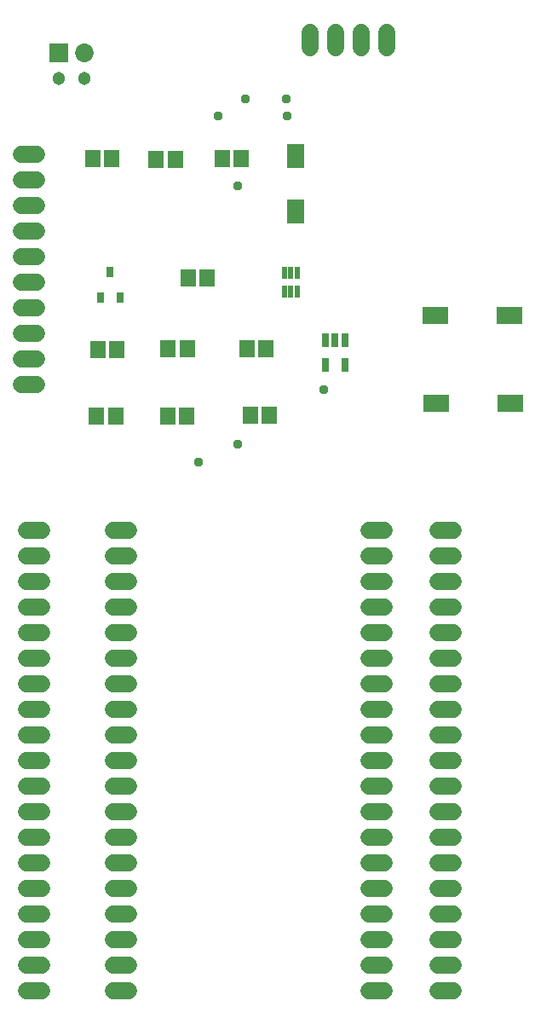
<source format=gbr>
G04 EAGLE Gerber RS-274X export*
G75*
%MOMM*%
%FSLAX34Y34*%
%LPD*%
%INSoldermask Top*%
%IPPOS*%
%AMOC8*
5,1,8,0,0,1.08239X$1,22.5*%
G01*
%ADD10R,1.503200X1.703200*%
%ADD11R,1.753200X2.353200*%
%ADD12R,0.503200X1.203200*%
%ADD13R,2.503200X1.803200*%
%ADD14C,1.727200*%
%ADD15R,0.803200X1.403200*%
%ADD16R,1.853200X1.853200*%
%ADD17C,1.853200*%
%ADD18C,1.303200*%
%ADD19R,0.803200X1.053200*%
%ADD20C,0.959600*%


D10*
X252100Y847600D03*
X233100Y847600D03*
X123100Y847600D03*
X104100Y847600D03*
X167400Y847400D03*
X186400Y847400D03*
D11*
X306200Y850800D03*
X306200Y795800D03*
D12*
X294700Y716200D03*
X301200Y716200D03*
X307700Y716200D03*
X294700Y734200D03*
X301200Y734200D03*
X307700Y734200D03*
D13*
X446000Y605000D03*
X519000Y605000D03*
X445100Y691900D03*
X518100Y691900D03*
D14*
X396300Y957680D02*
X396300Y972920D01*
X370900Y972920D02*
X370900Y957680D01*
X345500Y957680D02*
X345500Y972920D01*
X320100Y972920D02*
X320100Y957680D01*
D15*
X354700Y667700D03*
X345200Y667700D03*
X335700Y667700D03*
X335700Y642700D03*
X354700Y642700D03*
D16*
X70900Y952800D03*
D17*
X96300Y952800D03*
D18*
X70900Y927400D03*
X96300Y927400D03*
D19*
X112300Y709900D03*
X131300Y709900D03*
X121800Y734900D03*
D10*
X257400Y659400D03*
X276400Y659400D03*
X178800Y591900D03*
X197800Y591900D03*
X179300Y658900D03*
X198300Y658900D03*
X280100Y593100D03*
X261100Y593100D03*
X108200Y591900D03*
X127200Y591900D03*
X218100Y729600D03*
X199100Y729600D03*
X109400Y658400D03*
X128400Y658400D03*
D14*
X48720Y623300D02*
X33480Y623300D01*
X33480Y648700D02*
X48720Y648700D01*
X48720Y674100D02*
X33480Y674100D01*
X33480Y699500D02*
X48720Y699500D01*
X48720Y724900D02*
X33480Y724900D01*
X33480Y750300D02*
X48720Y750300D01*
X48720Y775700D02*
X33480Y775700D01*
X33480Y801100D02*
X48720Y801100D01*
X48720Y826500D02*
X33480Y826500D01*
X33480Y851900D02*
X48720Y851900D01*
X378380Y478600D02*
X393620Y478600D01*
X393620Y453200D02*
X378380Y453200D01*
X378380Y427800D02*
X393620Y427800D01*
X393620Y402400D02*
X378380Y402400D01*
X378380Y377000D02*
X393620Y377000D01*
X393620Y351600D02*
X378380Y351600D01*
X378380Y326200D02*
X393620Y326200D01*
X393620Y300800D02*
X378380Y300800D01*
X378380Y275400D02*
X393620Y275400D01*
X393620Y250000D02*
X378380Y250000D01*
X378380Y224600D02*
X393620Y224600D01*
X393620Y199200D02*
X378380Y199200D01*
X378380Y173800D02*
X393620Y173800D01*
X393620Y148400D02*
X378380Y148400D01*
X378380Y123000D02*
X393620Y123000D01*
X393620Y97600D02*
X378380Y97600D01*
X378380Y72200D02*
X393620Y72200D01*
X393620Y46800D02*
X378380Y46800D01*
X378380Y21400D02*
X393620Y21400D01*
X139620Y21400D02*
X124380Y21400D01*
X124380Y46800D02*
X139620Y46800D01*
X139620Y72200D02*
X124380Y72200D01*
X124380Y97600D02*
X139620Y97600D01*
X139620Y123000D02*
X124380Y123000D01*
X124380Y148400D02*
X139620Y148400D01*
X139620Y173800D02*
X124380Y173800D01*
X124380Y199200D02*
X139620Y199200D01*
X139620Y224600D02*
X124380Y224600D01*
X124380Y250000D02*
X139620Y250000D01*
X139620Y275400D02*
X124380Y275400D01*
X124380Y300800D02*
X139620Y300800D01*
X139620Y326200D02*
X124380Y326200D01*
X124380Y351600D02*
X139620Y351600D01*
X139620Y377000D02*
X124380Y377000D01*
X124380Y402400D02*
X139620Y402400D01*
X139620Y427800D02*
X124380Y427800D01*
X124380Y453200D02*
X139620Y453200D01*
X139620Y478600D02*
X124380Y478600D01*
X447380Y478600D02*
X462620Y478600D01*
X462620Y453200D02*
X447380Y453200D01*
X447380Y427800D02*
X462620Y427800D01*
X462620Y402400D02*
X447380Y402400D01*
X447380Y377000D02*
X462620Y377000D01*
X462620Y351600D02*
X447380Y351600D01*
X447380Y326200D02*
X462620Y326200D01*
X462620Y300800D02*
X447380Y300800D01*
X447380Y275400D02*
X462620Y275400D01*
X462620Y250000D02*
X447380Y250000D01*
X447380Y224600D02*
X462620Y224600D01*
X462620Y199200D02*
X447380Y199200D01*
X447380Y173800D02*
X462620Y173800D01*
X462620Y148400D02*
X447380Y148400D01*
X447380Y123000D02*
X462620Y123000D01*
X462620Y97600D02*
X447380Y97600D01*
X447380Y72200D02*
X462620Y72200D01*
X462620Y46800D02*
X447380Y46800D01*
X447380Y21400D02*
X462620Y21400D01*
X53620Y21400D02*
X38380Y21400D01*
X38380Y46800D02*
X53620Y46800D01*
X53620Y72200D02*
X38380Y72200D01*
X38380Y97600D02*
X53620Y97600D01*
X53620Y123000D02*
X38380Y123000D01*
X38380Y148400D02*
X53620Y148400D01*
X53620Y173800D02*
X38380Y173800D01*
X38380Y199200D02*
X53620Y199200D01*
X53620Y224600D02*
X38380Y224600D01*
X38380Y250000D02*
X53620Y250000D01*
X53620Y275400D02*
X38380Y275400D01*
X38380Y300800D02*
X53620Y300800D01*
X53620Y326200D02*
X38380Y326200D01*
X38380Y351600D02*
X53620Y351600D01*
X53620Y377000D02*
X38380Y377000D01*
X38380Y402400D02*
X53620Y402400D01*
X53620Y427800D02*
X38380Y427800D01*
X38380Y453200D02*
X53620Y453200D01*
X53620Y478600D02*
X38380Y478600D01*
D20*
X209412Y546700D03*
X248000Y821000D03*
X248000Y564000D03*
X333913Y618087D03*
X256000Y907000D03*
X297000Y907000D03*
X229294Y890294D03*
X297794Y890294D03*
M02*

</source>
